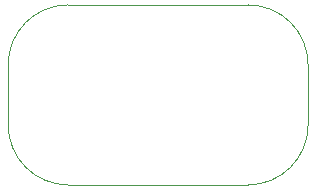
<source format=gm1>
%TF.GenerationSoftware,KiCad,Pcbnew,8.0.4*%
%TF.CreationDate,2024-08-08T10:26:26+02:00*%
%TF.ProjectId,Clock Oscillator,436c6f63-6b20-44f7-9363-696c6c61746f,V1*%
%TF.SameCoordinates,PX6d01460PY32de760*%
%TF.FileFunction,Profile,NP*%
%FSLAX46Y46*%
G04 Gerber Fmt 4.6, Leading zero omitted, Abs format (unit mm)*
G04 Created by KiCad (PCBNEW 8.0.4) date 2024-08-08 10:26:26*
%MOMM*%
%LPD*%
G01*
G04 APERTURE LIST*
%TA.AperFunction,Profile*%
%ADD10C,0.100000*%
%TD*%
G04 APERTURE END LIST*
D10*
X1269996Y-10160000D02*
X16509998Y-10159998D01*
X21589998Y-5079998D02*
G75*
G02*
X16509998Y-10159998I-5079998J-2D01*
G01*
X16510000Y5080003D02*
G75*
G02*
X21590003Y4I0J-5080003D01*
G01*
X1269996Y-10160000D02*
G75*
G02*
X-3810000Y-5080000I4J5080000D01*
G01*
X16509998Y5080003D02*
X1269998Y5080002D01*
X21589999Y4D02*
X21589998Y-5079998D01*
X-3810002Y2D02*
X-3810004Y-5080000D01*
X-3810002Y2D02*
G75*
G02*
X1269998Y5080002I5080002J-2D01*
G01*
M02*

</source>
